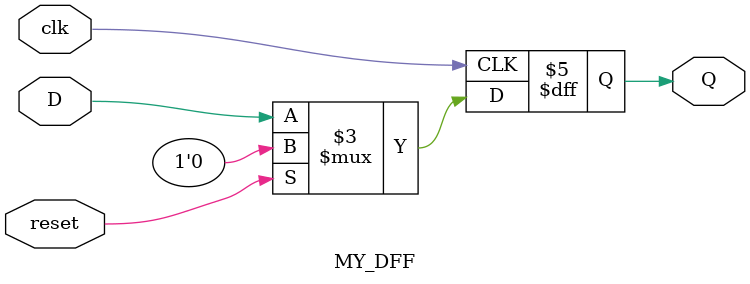
<source format=v>
`timescale 1ns / 1ps
module MY_DFF(
    input D,
    input clk,
    input reset,
    output reg Q
);

    always @(posedge clk) begin
        if (reset)
				Q <= 1'b0;
		  else
				Q <= D;
			end
endmodule



</source>
